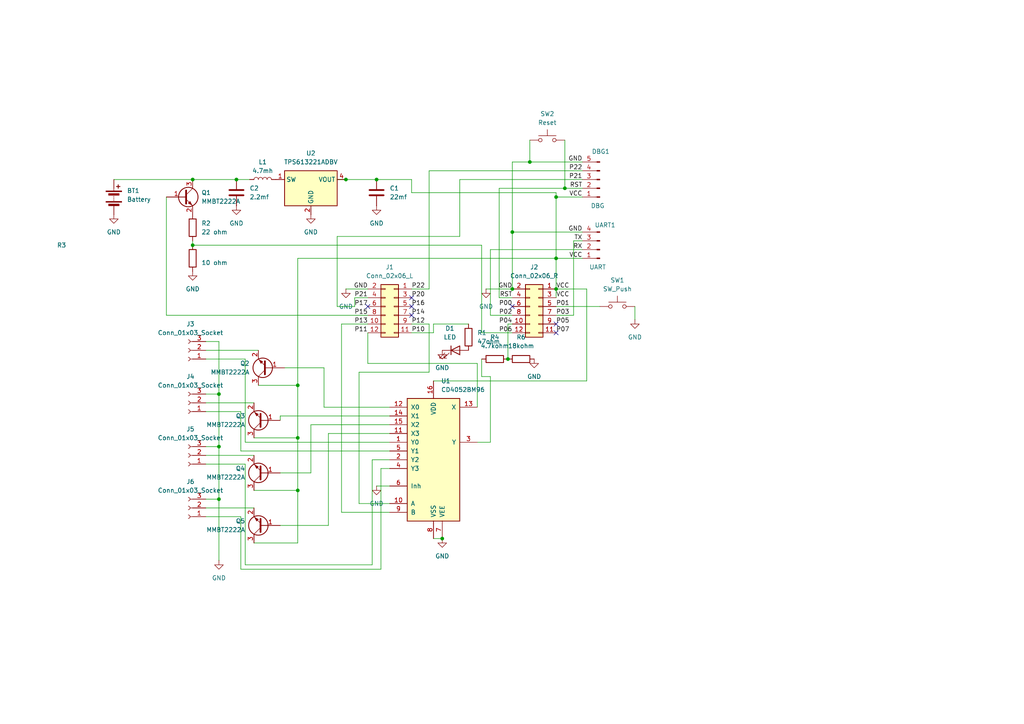
<source format=kicad_sch>
(kicad_sch (version 20231120) (generator "eeschema") (generator_version "8.0")
  (paper "A4")
  (lib_symbols
    (symbol "4xxx:4052" (pin_names (offset 1.016))
      (property "Reference" "U" (at -7.62 19.05 0))
      (property "Value" "4052" (at -7.62 -19.05 0))
      (symbol "4052_1_0"
        (pin passive line (at -12.7 5.08 0) (length 5.08) (name "Y0") (number "1"))
        (pin input line (at -12.7 -12.7 0) (length 5.08) (name "A") (number "10"))
        (pin passive line (at -12.7 7.62 0) (length 5.08) (name "X3") (number "11"))
        (pin passive line (at -12.7 15.24 0) (length 5.08) (name "X0") (number "12"))
        (pin passive line (at 12.7 15.24 180) (length 5.08) (name "X") (number "13"))
        (pin passive line (at -12.7 12.7 0) (length 5.08) (name "X1") (number "14"))
        (pin passive line (at -12.7 10.16 0) (length 5.08) (name "X2") (number "15"))
        (pin power_in line (at 0 22.86 270) (length 5.08) (name "VDD") (number "16"))
        (pin passive line (at -12.7 0 0) (length 5.08) (name "Y2") (number "2"))
        (pin passive line (at 12.7 5.08 180) (length 5.08) (name "Y") (number "3"))
        (pin passive line (at -12.7 -2.54 0) (length 5.08) (name "Y3") (number "4"))
        (pin passive line (at -12.7 2.54 0) (length 5.08) (name "Y1") (number "5"))
        (pin input line (at -12.7 -7.62 0) (length 5.08) (name "Inh") (number "6"))
        (pin power_in line (at 2.54 -22.86 90) (length 5.08) (name "VEE") (number "7"))
        (pin power_in line (at 0 -22.86 90) (length 5.08) (name "VSS") (number "8"))
        (pin input line (at -12.7 -15.24 0) (length 5.08) (name "B") (number "9"))
      )
      (symbol "4052_1_1"
        (rectangle (start -7.62 17.78) (end 7.62 -17.78) (stroke (width 0.254)) (fill (type background)))
      )
    )
    (symbol "Conn_02x06_Odd_Even_1" (pin_names (offset 1.016) hide)
      (property "Reference" "J" (at 1.27 7.62 0))
      (property "Value" "Conn_02x06_Odd_Even" (at 1.27 -10.16 0))
      (symbol "Conn_02x06_Odd_Even_1_1_1"
        (rectangle (start -1.27 -7.493) (end 0 -7.747) (stroke (width 0.1524)))
        (rectangle (start -1.27 -4.953) (end 0 -5.207) (stroke (width 0.1524)))
        (rectangle (start -1.27 -2.413) (end 0 -2.667) (stroke (width 0.1524)))
        (rectangle (start -1.27 0.127) (end 0 -0.127) (stroke (width 0.1524)))
        (rectangle (start -1.27 2.667) (end 0 2.413) (stroke (width 0.1524)))
        (rectangle (start -1.27 5.207) (end 0 4.953) (stroke (width 0.1524)))
        (rectangle (start -1.27 6.35) (end 3.81 -8.89) (stroke (width 0.254)) (fill (type background)))
        (rectangle (start 3.81 -7.493) (end 2.54 -7.747) (stroke (width 0.1524)))
        (rectangle (start 3.81 -4.953) (end 2.54 -5.207) (stroke (width 0.1524)))
        (rectangle (start 3.81 -2.413) (end 2.54 -2.667) (stroke (width 0.1524)))
        (rectangle (start 3.81 0.127) (end 2.54 -0.127) (stroke (width 0.1524)))
        (rectangle (start 3.81 2.667) (end 2.54 2.413) (stroke (width 0.1524)))
        (rectangle (start 3.81 5.207) (end 2.54 4.953) (stroke (width 0.1524)))
        (pin passive line (at -5.08 5.08 0) (length 3.81) (name "Pin_1") (number "1"))
        (pin passive line (at 7.62 -5.08 180) (length 3.81) (name "Pin_10") (number "10"))
        (pin passive line (at -5.08 -7.62 0) (length 3.81) (name "Pin_11") (number "11"))
        (pin passive line (at 7.62 -7.62 180) (length 3.81) (name "Pin_12") (number "12"))
        (pin passive line (at 7.62 5.08 180) (length 3.81) (name "Pin_2") (number "2"))
        (pin passive line (at -5.08 2.54 0) (length 3.81) (name "Pin_3") (number "3"))
        (pin passive line (at 7.62 2.54 180) (length 3.81) (name "Pin_4") (number "4"))
        (pin passive line (at -5.08 0 0) (length 3.81) (name "Pin_5") (number "5"))
        (pin passive line (at 7.62 0 180) (length 3.81) (name "Pin_6") (number "6"))
        (pin passive line (at -5.08 -2.54 0) (length 3.81) (name "Pin_7") (number "7"))
        (pin passive line (at 7.62 -2.54 180) (length 3.81) (name "Pin_8") (number "8"))
        (pin passive line (at -5.08 -5.08 0) (length 3.81) (name "Pin_9") (number "9"))
      )
    )
    (symbol "Connector:Conn_01x03_Socket" (pin_names (offset 1.016) hide)
      (property "Reference" "J" (at 0 5.08 0))
      (property "Value" "Conn_01x03_Socket" (at 0 -5.08 0))
      (symbol "Conn_01x03_Socket_1_1"
        (arc (start 0 -2.032) (mid -0.5058 -2.54) (end 0 -3.048) (stroke (width 0.1524)))
        (polyline (pts (xy -1.27 -2.54) (xy -0.508 -2.54)) (stroke (width 0.1524)))
        (polyline (pts (xy -1.27 0) (xy -0.508 0)) (stroke (width 0.1524)))
        (polyline (pts (xy -1.27 2.54) (xy -0.508 2.54)) (stroke (width 0.1524)))
        (arc (start 0 0.508) (mid -0.5058 0) (end 0 -0.508) (stroke (width 0.1524)))
        (arc (start 0 3.048) (mid -0.5058 2.54) (end 0 2.032) (stroke (width 0.1524)))
        (pin passive line (at -5.08 2.54 0) (length 3.81) (name "Pin_1") (number "1"))
        (pin passive line (at -5.08 0 0) (length 3.81) (name "Pin_2") (number "2"))
        (pin passive line (at -5.08 -2.54 0) (length 3.81) (name "Pin_3") (number "3"))
      )
    )
    (symbol "Connector:Conn_01x04_Pin" (pin_names (offset 1.016) hide)
      (property "Reference" "J" (at 0 5.08 0))
      (property "Value" "Conn_01x04_Pin" (at 0 -7.62 0))
      (symbol "Conn_01x04_Pin_1_1"
        (polyline (pts (xy 1.27 -5.08) (xy 0.8636 -5.08)) (stroke (width 0.1524)))
        (polyline (pts (xy 1.27 -2.54) (xy 0.8636 -2.54)) (stroke (width 0.1524)))
        (polyline (pts (xy 1.27 0) (xy 0.8636 0)) (stroke (width 0.1524)))
        (polyline (pts (xy 1.27 2.54) (xy 0.8636 2.54)) (stroke (width 0.1524)))
        (rectangle (start 0.8636 -4.953) (end 0 -5.207) (stroke (width 0.1524)) (fill (type outline)))
        (rectangle (start 0.8636 -2.413) (end 0 -2.667) (stroke (width 0.1524)) (fill (type outline)))
        (rectangle (start 0.8636 0.127) (end 0 -0.127) (stroke (width 0.1524)) (fill (type outline)))
        (rectangle (start 0.8636 2.667) (end 0 2.413) (stroke (width 0.1524)) (fill (type outline)))
        (pin passive line (at 5.08 2.54 180) (length 3.81) (name "Pin_1") (number "1"))
        (pin passive line (at 5.08 0 180) (length 3.81) (name "Pin_2") (number "2"))
        (pin passive line (at 5.08 -2.54 180) (length 3.81) (name "Pin_3") (number "3"))
        (pin passive line (at 5.08 -5.08 180) (length 3.81) (name "Pin_4") (number "4"))
      )
    )
    (symbol "Connector:Conn_01x05_Pin" (pin_names (offset 1.016) hide)
      (property "Reference" "J" (at 0 7.62 0))
      (property "Value" "Conn_01x05_Pin" (at 0 -7.62 0))
      (symbol "Conn_01x05_Pin_1_1"
        (polyline (pts (xy 1.27 -5.08) (xy 0.8636 -5.08)) (stroke (width 0.1524)))
        (polyline (pts (xy 1.27 -2.54) (xy 0.8636 -2.54)) (stroke (width 0.1524)))
        (polyline (pts (xy 1.27 0) (xy 0.8636 0)) (stroke (width 0.1524)))
        (polyline (pts (xy 1.27 2.54) (xy 0.8636 2.54)) (stroke (width 0.1524)))
        (polyline (pts (xy 1.27 5.08) (xy 0.8636 5.08)) (stroke (width 0.1524)))
        (rectangle (start 0.8636 -4.953) (end 0 -5.207) (stroke (width 0.1524)) (fill (type outline)))
        (rectangle (start 0.8636 -2.413) (end 0 -2.667) (stroke (width 0.1524)) (fill (type outline)))
        (rectangle (start 0.8636 0.127) (end 0 -0.127) (stroke (width 0.1524)) (fill (type outline)))
        (rectangle (start 0.8636 2.667) (end 0 2.413) (stroke (width 0.1524)) (fill (type outline)))
        (rectangle (start 0.8636 5.207) (end 0 4.953) (stroke (width 0.1524)) (fill (type outline)))
        (pin passive line (at 5.08 5.08 180) (length 3.81) (name "Pin_1") (number "1"))
        (pin passive line (at 5.08 2.54 180) (length 3.81) (name "Pin_2") (number "2"))
        (pin passive line (at 5.08 0 180) (length 3.81) (name "Pin_3") (number "3"))
        (pin passive line (at 5.08 -2.54 180) (length 3.81) (name "Pin_4") (number "4"))
        (pin passive line (at 5.08 -5.08 180) (length 3.81) (name "Pin_5") (number "5"))
      )
    )
    (symbol "Connector_Generic:Conn_02x06_Odd_Even" (pin_names (offset 1.016) hide)
      (property "Reference" "J" (at 1.27 7.62 0))
      (property "Value" "Conn_02x06_Odd_Even" (at 1.27 -10.16 0))
      (symbol "Conn_02x06_Odd_Even_1_1"
        (rectangle (start -1.27 -7.493) (end 0 -7.747) (stroke (width 0.1524)))
        (rectangle (start -1.27 -4.953) (end 0 -5.207) (stroke (width 0.1524)))
        (rectangle (start -1.27 -2.413) (end 0 -2.667) (stroke (width 0.1524)))
        (rectangle (start -1.27 0.127) (end 0 -0.127) (stroke (width 0.1524)))
        (rectangle (start -1.27 2.667) (end 0 2.413) (stroke (width 0.1524)))
        (rectangle (start -1.27 5.207) (end 0 4.953) (stroke (width 0.1524)))
        (rectangle (start -1.27 6.35) (end 3.81 -8.89) (stroke (width 0.254)) (fill (type background)))
        (rectangle (start 3.81 -7.493) (end 2.54 -7.747) (stroke (width 0.1524)))
        (rectangle (start 3.81 -4.953) (end 2.54 -5.207) (stroke (width 0.1524)))
        (rectangle (start 3.81 -2.413) (end 2.54 -2.667) (stroke (width 0.1524)))
        (rectangle (start 3.81 0.127) (end 2.54 -0.127) (stroke (width 0.1524)))
        (rectangle (start 3.81 2.667) (end 2.54 2.413) (stroke (width 0.1524)))
        (rectangle (start 3.81 5.207) (end 2.54 4.953) (stroke (width 0.1524)))
        (pin passive line (at -5.08 5.08 0) (length 3.81) (name "Pin_1") (number "1"))
        (pin passive line (at 7.62 -5.08 180) (length 3.81) (name "Pin_10") (number "10"))
        (pin passive line (at -5.08 -7.62 0) (length 3.81) (name "Pin_11") (number "11"))
        (pin passive line (at 7.62 -7.62 180) (length 3.81) (name "Pin_12") (number "12"))
        (pin passive line (at 7.62 5.08 180) (length 3.81) (name "Pin_2") (number "2"))
        (pin passive line (at -5.08 2.54 0) (length 3.81) (name "Pin_3") (number "3"))
        (pin passive line (at 7.62 2.54 180) (length 3.81) (name "Pin_4") (number "4"))
        (pin passive line (at -5.08 0 0) (length 3.81) (name "Pin_5") (number "5"))
        (pin passive line (at 7.62 0 180) (length 3.81) (name "Pin_6") (number "6"))
        (pin passive line (at -5.08 -2.54 0) (length 3.81) (name "Pin_7") (number "7"))
        (pin passive line (at 7.62 -2.54 180) (length 3.81) (name "Pin_8") (number "8"))
        (pin passive line (at -5.08 -5.08 0) (length 3.81) (name "Pin_9") (number "9"))
      )
    )
    (symbol "Device:Battery" (pin_numbers hide) (pin_names (offset 0) hide)
      (property "Reference" "BT" (at 2.54 2.54 0))
      (property "Value" "Battery" (at 2.54 0 0))
      (symbol "Battery_0_1"
        (rectangle (start -2.286 -1.27) (end 2.286 -1.524) (fill (type outline)))
        (rectangle (start -2.286 1.778) (end 2.286 1.524) (fill (type outline)))
        (rectangle (start -1.524 -2.032) (end 1.524 -2.54) (fill (type outline)))
        (rectangle (start -1.524 1.016) (end 1.524 0.508) (fill (type outline)))
        (polyline (pts (xy 0 -1.016) (xy 0 -0.762)))
        (polyline (pts (xy 0 -0.508) (xy 0 -0.254)))
        (polyline (pts (xy 0 0) (xy 0 0.254)))
        (polyline (pts (xy 0 1.778) (xy 0 2.54)))
        (polyline (pts (xy 0.762 3.048) (xy 1.778 3.048)) (stroke (width 0.254)))
        (polyline (pts (xy 1.27 3.556) (xy 1.27 2.54)) (stroke (width 0.254)))
      )
      (symbol "Battery_1_1"
        (pin passive line (at 0 5.08 270) (length 2.54) (name "+") (number "1"))
        (pin passive line (at 0 -5.08 90) (length 2.54) (name "-") (number "2"))
      )
    )
    (symbol "Device:C" (pin_numbers hide) (pin_names (offset 0.254))
      (property "Reference" "C" (at 0.635 2.54 0))
      (property "Value" "C" (at 0.635 -2.54 0))
      (symbol "C_0_1"
        (polyline (pts (xy -2.032 -0.762) (xy 2.032 -0.762)) (stroke (width 0.508)))
        (polyline (pts (xy -2.032 0.762) (xy 2.032 0.762)) (stroke (width 0.508)))
      )
      (symbol "C_1_1"
        (pin passive line (at 0 3.81 270) (length 2.794) (name "~") (number "1"))
        (pin passive line (at 0 -3.81 90) (length 2.794) (name "~") (number "2"))
      )
    )
    (symbol "Device:L" (pin_numbers hide) (pin_names (offset 1.016) hide)
      (property "Reference" "L" (at -1.27 0 90))
      (property "Value" "L" (at 1.905 0 90))
      (symbol "L_0_1"
        (arc (start 0 -2.54) (mid 0.6323 -1.905) (end 0 -1.27))
        (arc (start 0 -1.27) (mid 0.6323 -0.635) (end 0 0))
        (arc (start 0 0) (mid 0.6323 0.635) (end 0 1.27))
        (arc (start 0 1.27) (mid 0.6323 1.905) (end 0 2.54))
      )
      (symbol "L_1_1"
        (pin passive line (at 0 3.81 270) (length 1.27) (name "1") (number "1"))
        (pin passive line (at 0 -3.81 90) (length 1.27) (name "2") (number "2"))
      )
    )
    (symbol "Device:LED" (pin_numbers hide) (pin_names (offset 1.016) hide)
      (property "Reference" "D" (at 0 2.54 0))
      (property "Value" "LED" (at 0 -2.54 0))
      (symbol "LED_0_1"
        (polyline (pts (xy -1.27 -1.27) (xy -1.27 1.27)) (stroke (width 0.254)))
        (polyline (pts (xy -1.27 0) (xy 1.27 0)))
        (polyline (pts (xy 1.27 -1.27) (xy 1.27 1.27) (xy -1.27 0) (xy 1.27 -1.27)) (stroke (width 0.254)))
        (polyline (pts (xy -3.048 -0.762) (xy -4.572 -2.286) (xy -3.81 -2.286) (xy -4.572 -2.286) (xy -4.572 -1.524)))
        (polyline (pts (xy -1.778 -0.762) (xy -3.302 -2.286) (xy -2.54 -2.286) (xy -3.302 -2.286) (xy -3.302 -1.524)))
      )
      (symbol "LED_1_1"
        (pin passive line (at -3.81 0 0) (length 2.54) (name "K") (number "1"))
        (pin passive line (at 3.81 0 180) (length 2.54) (name "A") (number "2"))
      )
    )
    (symbol "Device:R" (pin_numbers hide) (pin_names (offset 0))
      (property "Reference" "R" (at 2.032 0 90))
      (property "Value" "R" (at 0 0 90))
      (symbol "R_0_1"
        (rectangle (start -1.016 -2.54) (end 1.016 2.54) (stroke (width 0.254)))
      )
      (symbol "R_1_1"
        (pin passive line (at 0 3.81 270) (length 1.27) (name "~") (number "1"))
        (pin passive line (at 0 -3.81 90) (length 1.27) (name "~") (number "2"))
      )
    )
    (symbol "Regulator_Switching:TPS613221ADBV"
      (property "Reference" "U" (at -7.62 6.35 0))
      (property "Value" "TPS613221ADBV" (at 2.54 6.35 0))
      (symbol "TPS613221ADBV_0_1"
        (rectangle (start -7.62 5.08) (end 7.62 -5.08) (stroke (width 0.254)) (fill (type background)))
      )
      (symbol "TPS613221ADBV_1_1"
        (pin power_in line (at -10.16 2.54 0) (length 2.54) (name "SW") (number "1"))
        (pin power_in line (at 0 -7.62 90) (length 2.54) (name "GND") (number "2"))
        (pin no_connect line (at -7.62 -2.54 0) (length 2.54) hide (name "NC") (number "3"))
        (pin power_out line (at 10.16 2.54 180) (length 2.54) (name "VOUT") (number "4"))
        (pin no_connect line (at 7.62 -2.54 180) (length 2.54) hide (name "NC") (number "5"))
      )
    )
    (symbol "Switch:SW_Push" (pin_numbers hide) (pin_names (offset 1.016) hide)
      (property "Reference" "SW" (at 1.27 2.54 0))
      (property "Value" "SW_Push" (at 0 -1.524 0))
      (symbol "SW_Push_0_1"
        (circle (center -2.032 0) (radius 0.508))
        (polyline (pts (xy 0 1.27) (xy 0 3.048)))
        (polyline (pts (xy 2.54 1.27) (xy -2.54 1.27)))
        (circle (center 2.032 0) (radius 0.508))
        (pin passive line (at -5.08 0 0) (length 2.54) (name "1") (number "1"))
        (pin passive line (at 5.08 0 180) (length 2.54) (name "2") (number "2"))
      )
    )
    (symbol "Transistor_BJT:MMBT2222A" (pin_names (offset 0) hide)
      (property "Reference" "Q" (at 5.08 1.905 0))
      (property "Value" "MMBT2222A" (at 5.08 0 0))
      (symbol "MMBT2222A_0_1"
        (polyline (pts (xy 0.635 0.635) (xy 2.54 2.54)))
        (polyline (pts (xy 0.635 -0.635) (xy 2.54 -2.54) (xy 2.54 -2.54)))
        (polyline (pts (xy 0.635 1.905) (xy 0.635 -1.905) (xy 0.635 -1.905)) (stroke (width 0.508)))
        (polyline (pts (xy 1.27 -1.778) (xy 1.778 -1.27) (xy 2.286 -2.286) (xy 1.27 -1.778) (xy 1.27 -1.778)) (fill (type outline)))
        (circle (center 1.27 0) (radius 2.8194) (stroke (width 0.254)))
      )
      (symbol "MMBT2222A_1_1"
        (pin input line (at -5.08 0 0) (length 5.715) (name "B") (number "1"))
        (pin passive line (at 2.54 -5.08 90) (length 2.54) (name "E") (number "2"))
        (pin passive line (at 2.54 5.08 270) (length 2.54) (name "C") (number "3"))
      )
    )
    (symbol "power:GND" (power) (pin_numbers hide) (pin_names (offset 0) hide)
      (property "Value" "GND" (at 0 -3.81 0))
      (symbol "GND_0_1"
        (polyline (pts (xy 0 0) (xy 0 -1.27) (xy 1.27 -1.27) (xy 0 -2.54) (xy -1.27 -1.27) (xy 0 -1.27)))
      )
      (symbol "GND_1_1"
        (pin power_in line (at 0 0 270) (length 0) (name "~") (number "1"))
      )
    )
  )
  (junction (at 63.5 129.54))
  (junction (at 148.59 67.31))
  (junction (at 147.32 104.14))
  (junction (at 109.22 52.07))
  (junction (at 161.29 83.82))
  (junction (at 63.5 114.3))
  (junction (at 161.29 57.15))
  (junction (at 86.36 127))
  (junction (at 86.36 142.24))
  (junction (at 63.5 144.78))
  (junction (at 163.83 54.61))
  (junction (at 148.59 83.82))
  (junction (at 55.88 71.12))
  (junction (at 128.27 156.21))
  (junction (at 153.67 46.99))
  (junction (at 55.88 52.07))
  (junction (at 100.33 52.07))
  (junction (at 86.36 111.76))
  (junction (at 161.29 74.93))
  (junction (at 68.58 52.07))
  (no_connect (at 119.38 91.44))
  (no_connect (at 106.68 88.9))
  (no_connect (at 148.59 88.9))
  (no_connect (at 119.38 88.9))
  (no_connect (at 119.38 86.36))
  (no_connect (at 161.29 96.52))
  (no_connect (at 161.29 93.98))
  (wire (pts (xy 142.24 72.39) (xy 142.24 91.44)))
  (wire (pts (xy 63.5 114.3) (xy 59.69 114.3)))
  (wire (pts (xy 59.69 134.62) (xy 71.12 134.62)))
  (wire (pts (xy 100.33 83.82) (xy 106.68 83.82)))
  (wire (pts (xy 142.24 109.22) (xy 139.7 109.22)))
  (wire (pts (xy 81.28 120.65) (xy 81.28 121.92)))
  (wire (pts (xy 113.03 130.81) (xy 69.85 130.81)))
  (wire (pts (xy 142.24 128.27) (xy 142.24 109.22)))
  (wire (pts (xy 153.67 40.64) (xy 153.67 46.99)))
  (wire (pts (xy 86.36 74.93) (xy 86.36 111.76)))
  (wire (pts (xy 100.33 52.07) (xy 109.22 52.07)))
  (wire (pts (xy 71.12 163.83) (xy 107.95 163.83)))
  (wire (pts (xy 59.69 132.08) (xy 73.66 132.08)))
  (wire (pts (xy 81.28 152.4) (xy 95.25 152.4)))
  (wire (pts (xy 63.5 144.78) (xy 63.5 162.56)))
  (wire (pts (xy 124.46 49.53) (xy 124.46 83.82)))
  (wire (pts (xy 95.25 125.73) (xy 113.03 125.73)))
  (wire (pts (xy 86.36 111.76) (xy 86.36 127)))
  (wire (pts (xy 97.79 88.9) (xy 97.79 68.58)))
  (wire (pts (xy 139.7 109.22) (xy 139.7 104.14)))
  (wire (pts (xy 113.03 120.65) (xy 81.28 120.65)))
  (wire (pts (xy 144.78 54.61) (xy 163.83 54.61)))
  (wire (pts (xy 133.35 52.07) (xy 168.91 52.07)))
  (wire (pts (xy 119.38 52.07) (xy 119.38 55.88)))
  (wire (pts (xy 161.29 57.15) (xy 168.91 57.15)))
  (wire (pts (xy 55.88 72.39) (xy 55.88 71.12)))
  (wire (pts (xy 55.88 52.07) (xy 68.58 52.07)))
  (wire (pts (xy 90.17 137.16) (xy 90.17 123.19)))
  (wire (pts (xy 69.85 149.86) (xy 69.85 165.1)))
  (wire (pts (xy 148.59 46.99) (xy 153.67 46.99)))
  (wire (pts (xy 93.98 118.11) (xy 113.03 118.11)))
  (wire (pts (xy 93.98 118.11) (xy 93.98 106.68)))
  (wire (pts (xy 104.14 146.05) (xy 104.14 107.95)))
  (wire (pts (xy 71.12 134.62) (xy 71.12 163.83)))
  (wire (pts (xy 110.49 135.89) (xy 113.03 135.89)))
  (wire (pts (xy 168.91 72.39) (xy 142.24 72.39)))
  (wire (pts (xy 106.68 105.41) (xy 138.43 105.41)))
  (wire (pts (xy 59.69 119.38) (xy 69.85 119.38)))
  (wire (pts (xy 86.36 142.24) (xy 86.36 157.48)))
  (wire (pts (xy 102.87 86.36) (xy 106.68 86.36)))
  (wire (pts (xy 144.78 54.61) (xy 144.78 86.36)))
  (wire (pts (xy 142.24 91.44) (xy 148.59 91.44)))
  (wire (pts (xy 147.32 104.14) (xy 147.32 93.98)))
  (wire (pts (xy 166.37 69.85) (xy 166.37 91.44)))
  (wire (pts (xy 69.85 165.1) (xy 110.49 165.1)))
  (wire (pts (xy 124.46 93.98) (xy 119.38 93.98)))
  (wire (pts (xy 161.29 88.9) (xy 173.99 88.9)))
  (wire (pts (xy 63.5 129.54) (xy 63.5 144.78)))
  (wire (pts (xy 138.43 128.27) (xy 142.24 128.27)))
  (wire (pts (xy 161.29 83.82) (xy 170.18 83.82)))
  (wire (pts (xy 74.93 101.6) (xy 59.69 101.6)))
  (wire (pts (xy 119.38 55.88) (xy 161.29 55.88)))
  (wire (pts (xy 148.59 67.31) (xy 168.91 67.31)))
  (wire (pts (xy 107.95 163.83) (xy 107.95 133.35)))
  (wire (pts (xy 125.73 156.21) (xy 128.27 156.21)))
  (wire (pts (xy 144.78 86.36) (xy 148.59 86.36)))
  (wire (pts (xy 73.66 116.84) (xy 59.69 116.84)))
  (wire (pts (xy 119.38 96.52) (xy 125.73 96.52)))
  (wire (pts (xy 59.69 99.06) (xy 63.5 99.06)))
  (wire (pts (xy 81.28 137.16) (xy 90.17 137.16)))
  (wire (pts (xy 139.7 96.52) (xy 139.7 71.12)))
  (wire (pts (xy 73.66 142.24) (xy 86.36 142.24)))
  (wire (pts (xy 69.85 130.81) (xy 69.85 119.38)))
  (wire (pts (xy 168.91 49.53) (xy 124.46 49.53)))
  (wire (pts (xy 166.37 69.85) (xy 168.91 69.85)))
  (wire (pts (xy 59.69 144.78) (xy 63.5 144.78)))
  (wire (pts (xy 140.97 83.82) (xy 148.59 83.82)))
  (wire (pts (xy 148.59 67.31) (xy 148.59 83.82)))
  (wire (pts (xy 86.36 127) (xy 86.36 142.24)))
  (wire (pts (xy 124.46 107.95) (xy 124.46 93.98)))
  (wire (pts (xy 73.66 127) (xy 86.36 127)))
  (wire (pts (xy 166.37 91.44) (xy 161.29 91.44)))
  (wire (pts (xy 106.68 96.52) (xy 106.68 105.41)))
  (wire (pts (xy 184.15 88.9) (xy 184.15 92.71)))
  (wire (pts (xy 113.03 146.05) (xy 104.14 146.05)))
  (wire (pts (xy 93.98 106.68) (xy 82.55 106.68)))
  (wire (pts (xy 109.22 140.97) (xy 113.03 140.97)))
  (wire (pts (xy 95.25 152.4) (xy 95.25 125.73)))
  (wire (pts (xy 106.68 91.44) (xy 48.26 91.44)))
  (wire (pts (xy 161.29 74.93) (xy 168.91 74.93)))
  (wire (pts (xy 33.02 52.07) (xy 55.88 52.07)))
  (wire (pts (xy 170.18 83.82) (xy 170.18 110.49)))
  (wire (pts (xy 139.7 71.12) (xy 55.88 71.12)))
  (wire (pts (xy 99.06 93.98) (xy 99.06 148.59)))
  (wire (pts (xy 48.26 91.44) (xy 48.26 57.15)))
  (wire (pts (xy 107.95 133.35) (xy 113.03 133.35)))
  (wire (pts (xy 161.29 55.88) (xy 161.29 57.15)))
  (wire (pts (xy 138.43 105.41) (xy 138.43 118.11)))
  (wire (pts (xy 71.12 128.27) (xy 71.12 104.14)))
  (wire (pts (xy 59.69 104.14) (xy 71.12 104.14)))
  (wire (pts (xy 161.29 74.93) (xy 86.36 74.93)))
  (wire (pts (xy 59.69 149.86) (xy 69.85 149.86)))
  (wire (pts (xy 109.22 52.07) (xy 119.38 52.07)))
  (wire (pts (xy 59.69 129.54) (xy 63.5 129.54)))
  (wire (pts (xy 163.83 40.64) (xy 163.83 54.61)))
  (wire (pts (xy 97.79 88.9) (xy 102.87 88.9)))
  (wire (pts (xy 161.29 74.93) (xy 161.29 83.82)))
  (wire (pts (xy 73.66 157.48) (xy 86.36 157.48)))
  (wire (pts (xy 104.14 107.95) (xy 124.46 107.95)))
  (wire (pts (xy 113.03 128.27) (xy 71.12 128.27)))
  (wire (pts (xy 125.73 96.52) (xy 125.73 93.98)))
  (wire (pts (xy 148.59 96.52) (xy 139.7 96.52)))
  (wire (pts (xy 124.46 83.82) (xy 119.38 83.82)))
  (wire (pts (xy 99.06 148.59) (xy 113.03 148.59)))
  (wire (pts (xy 97.79 68.58) (xy 133.35 68.58)))
  (wire (pts (xy 148.59 46.99) (xy 148.59 67.31)))
  (wire (pts (xy 153.67 46.99) (xy 168.91 46.99)))
  (wire (pts (xy 90.17 123.19) (xy 113.03 123.19)))
  (wire (pts (xy 86.36 111.76) (xy 74.93 111.76)))
  (wire (pts (xy 125.73 93.98) (xy 135.89 93.98)))
  (wire (pts (xy 161.29 83.82) (xy 161.29 86.36)))
  (wire (pts (xy 133.35 68.58) (xy 133.35 52.07)))
  (wire (pts (xy 147.32 93.98) (xy 148.59 93.98)))
  (wire (pts (xy 163.83 54.61) (xy 168.91 54.61)))
  (wire (pts (xy 97.79 52.07) (xy 100.33 52.07)))
  (wire (pts (xy 68.58 52.07) (xy 72.39 52.07)))
  (wire (pts (xy 59.69 147.32) (xy 73.66 147.32)))
  (wire (pts (xy 102.87 88.9) (xy 102.87 86.36)))
  (wire (pts (xy 110.49 165.1) (xy 110.49 135.89)))
  (wire (pts (xy 63.5 99.06) (xy 63.5 114.3)))
  (wire (pts (xy 170.18 110.49) (xy 125.73 110.49)))
  (wire (pts (xy 55.88 69.85) (xy 55.88 71.12)))
  (wire (pts (xy 161.29 57.15) (xy 161.29 74.93)))
  (wire (pts (xy 63.5 114.3) (xy 63.5 129.54)))
  (wire (pts (xy 106.68 93.98) (xy 99.06 93.98)))
  (label "RST" (at 148.59 86.36 180))
  (label "P22" (at 119.38 83.82 0))
  (label "P20" (at 119.38 86.36 0))
  (label "P22" (at 168.91 49.53 180))
  (label "P16" (at 119.38 88.9 0))
  (label "P21" (at 106.68 86.36 180))
  (label "P02" (at 148.59 91.44 180))
  (label "P01" (at 161.29 88.9 0))
  (label "P17" (at 106.68 88.9 180))
  (label "P21" (at 168.91 52.07 180))
  (label "P00" (at 148.59 88.9 180))
  (label "P13" (at 106.68 93.98 180))
  (label "VCC" (at 161.29 86.36 0))
  (label "GND" (at 148.59 83.82 180))
  (label "P03" (at 161.29 91.44 0))
  (label "VCC" (at 168.91 57.15 180))
  (label "P10" (at 119.38 96.52 0))
  (label "P06" (at 148.59 96.52 180))
  (label "P15" (at 106.68 91.44 180))
  (label "VCC" (at 168.91 74.93 180))
  (label "P14" (at 119.38 91.44 0))
  (label "P04" (at 148.59 93.98 180))
  (label "P07" (at 161.29 96.52 0))
  (label "RST" (at 168.91 54.61 180))
  (label "RX" (at 168.91 72.39 180))
  (label "GND" (at 168.91 67.31 180))
  (label "P11" (at 106.68 96.52 180))
  (label "VCC" (at 161.29 83.82 0))
  (label "P12" (at 119.38 93.98 0))
  (label "P05" (at 161.29 93.98 0))
  (label "GND" (at 106.68 83.82 180))
  (label "GND" (at 168.91 46.99 180))
  (label "TX" (at 168.91 69.85 180))
  (symbol (lib_id "Transistor_BJT:MMBT2222A") (at 77.47 106.68 180) (unit 1)
    (property "Reference" "Q2" (at 72.39 105.4099 0) (effects (justify left)))
    (property "Value" "MMBT2222A" (at 72.39 107.9499 0) (effects (justify left)))
    (property "Footprint" "Package_TO_SOT_SMD:SOT-23" (effects (hide yes)))
    (property "Datasheet" "https://assets.nexperia.com/documents/data-sheet/MMBT2222A.pdf" (effects (hide yes)))
    (property "Description" "600mA Ic, 40V Vce, NPN Transistor, SOT-23" (effects (hide yes)))
  )
  (symbol (lib_id "Device:R") (at 55.88 66.04 0) (unit 1)
    (property "Reference" "R2" (at 58.42 64.7699 0) (effects (justify left)))
    (property "Value" "22 ohm" (at 58.42 67.3099 0) (effects (justify left)))
    (property "Footprint" "Resistor_SMD:R_0805_2012Metric_Pad1.20x1.40mm_HandSolder" (effects (hide yes)))
    (property "Description" "Resistor" (effects (hide yes)))
  )
  (symbol (lib_id "power:GND") (at 128.27 156.21 0) (unit 1)
    (property "Reference" "#PWR01" (effects (hide yes)))
    (property "Value" "GND" (at 128.27 161.29 0))
    (property "Description" "Power symbol creates a global label with name \"GND\" , ground" (effects (hide yes)))
  )
  (symbol (lib_id "Device:Battery") (at 33.02 57.15 0) (unit 1)
    (property "Reference" "BT1" (at 36.83 55.3084 0) (effects (justify left)))
    (property "Value" "Battery" (at 36.83 57.8484 0) (effects (justify left)))
    (property "Footprint" "Battery:BatteryHolder_Keystone_2462_2xAA" (effects (hide yes)))
    (property "Description" "Multiple-cell battery" (effects (hide yes)))
  )
  (symbol (lib_id "Transistor_BJT:MMBT2222A") (at 53.34 57.15 0) (unit 1)
    (property "Reference" "Q1" (at 58.42 55.8799 0) (effects (justify left)))
    (property "Value" "MMBT2222A" (at 58.42 58.4199 0) (effects (justify left)))
    (property "Footprint" "Package_TO_SOT_SMD:SOT-23" (effects (hide yes)))
    (property "Datasheet" "https://assets.nexperia.com/documents/data-sheet/MMBT2222A.pdf" (effects (hide yes)))
    (property "Description" "600mA Ic, 40V Vce, NPN Transistor, SOT-23" (effects (hide yes)))
  )
  (symbol (lib_id "power:GND") (at 154.94 104.14 0) (unit 1)
    (property "Reference" "#PWR013" (effects (hide yes)))
    (property "Value" "GND" (at 154.94 109.22 0))
    (property "Description" "Power symbol creates a global label with name \"GND\" , ground" (effects (hide yes)))
  )
  (symbol (lib_id "Regulator_Switching:TPS613221ADBV") (at 90.17 54.61 0) (unit 1)
    (property "Reference" "U2" (at 90.17 44.45 0))
    (property "Value" "TPS613221ADBV" (at 90.17 46.99 0))
    (property "Footprint" "Package_TO_SOT_SMD:SOT-23-5" (effects (hide yes)))
    (property "Datasheet" "http://www.ti.com/lit/ds/symlink/tps61322.pdf" (effects (hide yes)))
    (property "Description" "1.2A Step-Up Converter, 3.3V Output Voltage, 0.9-5.5V Input Voltage, SOT-23-5" (effects (hide yes)))
  )
  (symbol (lib_id "Device:R") (at 151.13 104.14 90) (unit 1)
    (property "Reference" "R6" (at 151.13 97.79 90))
    (property "Value" "18kohm" (at 151.13 100.33 90))
    (property "Footprint" "Resistor_SMD:R_0805_2012Metric_Pad1.20x1.40mm_HandSolder" (effects (hide yes)))
    (property "Description" "Resistor" (effects (hide yes)))
  )
  (symbol (lib_id "Device:C") (at 68.58 55.88 0) (unit 1)
    (property "Reference" "C2" (at 72.39 54.6099 0) (effects (justify left)))
    (property "Value" "2.2mf" (at 72.39 57.1499 0) (effects (justify left)))
    (property "Footprint" "Capacitor_SMD:C_0805_2012Metric_Pad1.18x1.45mm_HandSolder" (effects (hide yes)))
    (property "Description" "Unpolarized capacitor" (effects (hide yes)))
  )
  (symbol (lib_name "Conn_02x06_Odd_Even_1") (lib_id "Connector_Generic:Conn_02x06_Odd_Even") (at 114.3 88.9 0) (mirror y) (unit 1)
    (property "Reference" "J1" (at 113.03 77.47 0))
    (property "Value" "Conn_02x06_L" (at 113.03 80.01 0))
    (property "Footprint" "Connector_PinSocket_2.54mm:PinSocket_2x06_P2.54mm_Vertical" (effects (hide yes)))
    (property "Description" "Generic connector, double row, 02x06, odd/even pin numbering scheme (row 1 odd numbers, row 2 even numbers), script generated (kicad-library-utils/schlib/autogen/connector/)" (effects (hide yes)))
  )
  (symbol (lib_id "power:GND") (at 140.97 83.82 0) (unit 1)
    (property "Reference" "#PWR08" (effects (hide yes)))
    (property "Value" "GND" (at 140.97 88.9 0))
    (property "Description" "Power symbol creates a global label with name \"GND\" , ground" (effects (hide yes)))
  )
  (symbol (lib_id "Connector_Generic:Conn_02x06_Odd_Even") (at 156.21 88.9 0) (mirror y) (unit 1)
    (property "Reference" "J2" (at 154.94 77.47 0))
    (property "Value" "Conn_02x06_R" (at 154.94 80.01 0))
    (property "Footprint" "Connector_PinSocket_2.54mm:PinSocket_2x06_P2.54mm_Vertical" (effects (hide yes)))
    (property "Description" "Generic connector, double row, 02x06, odd/even pin numbering scheme (row 1 odd numbers, row 2 even numbers), script generated (kicad-library-utils/schlib/autogen/connector/)" (effects (hide yes)))
  )
  (symbol (lib_id "Connector:Conn_01x03_Socket") (at 54.61 116.84 180) (unit 1)
    (property "Reference" "J4" (at 55.245 109.22 0))
    (property "Value" "Conn_01x03_Socket" (at 55.245 111.76 0))
    (property "Footprint" "Connector_JST:JST_XH_B3B-XH-A_1x03_P2.50mm_Vertical" (effects (hide yes)))
    (property "Description" "Generic connector, single row, 01x03, script generated" (effects (hide yes)))
  )
  (symbol (lib_id "Device:R") (at 135.89 97.79 180) (unit 1)
    (property "Reference" "R1" (at 138.43 96.5199 0) (effects (justify right)))
    (property "Value" "47ohm" (at 138.43 99.0599 0) (effects (justify right)))
    (property "Footprint" "Resistor_SMD:R_0805_2012Metric_Pad1.20x1.40mm_HandSolder" (effects (hide yes)))
    (property "Description" "Resistor" (effects (hide yes)))
  )
  (symbol (lib_id "Connector:Conn_01x03_Socket") (at 54.61 147.32 180) (unit 1)
    (property "Reference" "J6" (at 55.245 139.7 0))
    (property "Value" "Conn_01x03_Socket" (at 55.245 142.24 0))
    (property "Footprint" "Connector_JST:JST_XH_B3B-XH-A_1x03_P2.50mm_Vertical" (effects (hide yes)))
    (property "Description" "Generic connector, single row, 01x03, script generated" (effects (hide yes)))
  )
  (symbol (lib_id "power:GND") (at 33.02 62.23 0) (unit 1)
    (property "Reference" "#PWR06" (effects (hide yes)))
    (property "Value" "GND" (at 33.02 67.31 0))
    (property "Description" "Power symbol creates a global label with name \"GND\" , ground" (effects (hide yes)))
  )
  (symbol (lib_id "Connector:Conn_01x04_Pin") (at 173.99 72.39 180) (unit 1)
    (property "Reference" "UART1" (at 175.514 65.278 0))
    (property "Value" "UART" (at 173.355 77.47 0))
    (property "Footprint" "Connector_PinHeader_2.54mm:PinHeader_1x04_P2.54mm_Vertical" (effects (hide yes)))
    (property "Description" "Generic connector, single row, 01x04, script generated" (effects (hide yes)))
  )
  (symbol (lib_id "Device:LED") (at 132.08 101.6 0) (unit 1)
    (property "Reference" "D1" (at 130.4925 95.25 0))
    (property "Value" "LED" (at 130.4925 97.79 0))
    (property "Footprint" "LED_THT:LED_D3.0mm" (effects (hide yes)))
    (property "Description" "Light emitting diode" (effects (hide yes)))
  )
  (symbol (lib_id "Device:L") (at 76.2 52.07 90) (unit 1)
    (property "Reference" "L1" (at 76.2 46.99 90))
    (property "Value" "4.7mh" (at 76.2 49.53 90))
    (property "Footprint" "Inductor_SMD:L_1008_2520Metric_Pad1.43x2.20mm_HandSolder" (effects (hide yes)))
    (property "Description" "Inductor" (effects (hide yes)))
  )
  (symbol (lib_id "Device:R") (at 143.51 104.14 90) (unit 1)
    (property "Reference" "R4" (at 143.51 97.79 90))
    (property "Value" "4.7kohm" (at 143.51 100.33 90))
    (property "Footprint" "Resistor_SMD:R_0805_2012Metric_Pad1.20x1.40mm_HandSolder" (effects (hide yes)))
    (property "Description" "Resistor" (effects (hide yes)))
  )
  (symbol (lib_id "4xxx:4052") (at 125.73 133.35 0) (unit 1)
    (property "Reference" "U1" (at 127.9241 110.49 0) (effects (justify left)))
    (property "Value" "CD4052BM96" (at 127.9241 113.03 0) (effects (justify left)))
    (property "Footprint" "Package_SO:SO-16_3.9x9.9mm_P1.27mm" (effects (hide yes)))
    (property "Datasheet" "http://www.intersil.com/content/dam/Intersil/documents/cd40/cd4051bms-52bms-53bms.pdf" (effects (hide yes)))
    (property "Description" "Dual Analog Multiplexer 4 to 1 line" (effects (hide yes)))
  )
  (symbol (lib_id "Connector:Conn_01x03_Socket") (at 54.61 101.6 180) (unit 1)
    (property "Reference" "J3" (at 55.245 93.98 0))
    (property "Value" "Conn_01x03_Socket" (at 55.245 96.52 0))
    (property "Footprint" "Connector_JST:JST_XH_B3B-XH-A_1x03_P2.50mm_Vertical" (effects (hide yes)))
    (property "Description" "Generic connector, single row, 01x03, script generated" (effects (hide yes)))
  )
  (symbol (lib_id "Device:R") (at 55.88 74.93 0) (unit 1)
    (property "Reference" "R3" (at 16.51 71.1199 0) (effects (justify left)))
    (property "Value" "10 ohm" (at 58.42 76.1999 0) (effects (justify left)))
    (property "Footprint" "Resistor_SMD:R_0805_2012Metric_Pad1.20x1.40mm_HandSolder" (effects (hide yes)))
    (property "Description" "Resistor" (effects (hide yes)))
  )
  (symbol (lib_id "power:GND") (at 68.58 59.69 0) (unit 1)
    (property "Reference" "#PWR04" (effects (hide yes)))
    (property "Value" "GND" (at 68.58 64.77 0))
    (property "Description" "Power symbol creates a global label with name \"GND\" , ground" (effects (hide yes)))
  )
  (symbol (lib_id "Connector:Conn_01x03_Socket") (at 54.61 132.08 180) (unit 1)
    (property "Reference" "J5" (at 55.245 124.46 0))
    (property "Value" "Conn_01x03_Socket" (at 55.245 127 0))
    (property "Footprint" "Connector_JST:JST_XH_B3B-XH-A_1x03_P2.50mm_Vertical" (effects (hide yes)))
    (property "Description" "Generic connector, single row, 01x03, script generated" (effects (hide yes)))
  )
  (symbol (lib_id "power:GND") (at 100.33 83.82 0) (unit 1)
    (property "Reference" "#PWR07" (effects (hide yes)))
    (property "Value" "GND" (at 100.33 88.9 0))
    (property "Description" "Power symbol creates a global label with name \"GND\" , ground" (effects (hide yes)))
  )
  (symbol (lib_id "power:GND") (at 109.22 59.69 0) (unit 1)
    (property "Reference" "#PWR02" (effects (hide yes)))
    (property "Value" "GND" (at 109.22 64.77 0))
    (property "Description" "Power symbol creates a global label with name \"GND\" , ground" (effects (hide yes)))
  )
  (symbol (lib_id "power:GND") (at 55.88 78.74 0) (unit 1)
    (property "Reference" "#PWR012" (effects (hide yes)))
    (property "Value" "GND" (at 55.88 83.82 0))
    (property "Description" "Power symbol creates a global label with name \"GND\" , ground" (effects (hide yes)))
  )
  (symbol (lib_id "Connector:Conn_01x05_Pin") (at 173.99 52.07 180) (unit 1)
    (property "Reference" "DBG1" (at 174.244 43.942 0))
    (property "Value" "DBG" (at 173.355 59.69 0))
    (property "Footprint" "Connector_PinHeader_2.54mm:PinHeader_1x05_P2.54mm_Vertical" (effects (hide yes)))
    (property "Description" "Generic connector, single row, 01x05, script generated" (effects (hide yes)))
  )
  (symbol (lib_id "Switch:SW_Push") (at 158.75 40.64 0) (unit 1)
    (property "Reference" "SW2" (at 158.75 33.02 0))
    (property "Value" "Reset" (at 158.75 35.56 0))
    (property "Footprint" "Button_Switch_SMD:SW_SPST_B3U-1000P" (effects (hide yes)))
    (property "Description" "Push button switch, generic, two pins" (effects (hide yes)))
  )
  (symbol (lib_id "power:GND") (at 128.27 101.6 0) (unit 1)
    (property "Reference" "#PWR010" (effects (hide yes)))
    (property "Value" "GND" (at 128.27 106.68 0))
    (property "Description" "Power symbol creates a global label with name \"GND\" , ground" (effects (hide yes)))
  )
  (symbol (lib_id "power:GND") (at 63.5 162.56 0) (unit 1)
    (property "Reference" "#PWR03" (effects (hide yes)))
    (property "Value" "GND" (at 63.5 167.64 0))
    (property "Description" "Power symbol creates a global label with name \"GND\" , ground" (effects (hide yes)))
  )
  (symbol (lib_id "power:GND") (at 109.22 140.97 0) (unit 1)
    (property "Reference" "#PWR011" (effects (hide yes)))
    (property "Value" "GND" (at 109.22 146.05 0))
    (property "Description" "Power symbol creates a global label with name \"GND\" , ground" (effects (hide yes)))
  )
  (symbol (lib_id "Transistor_BJT:MMBT2222A") (at 76.2 121.92 180) (unit 1)
    (property "Reference" "Q3" (at 71.12 120.6499 0) (effects (justify left)))
    (property "Value" "MMBT2222A" (at 71.12 123.1899 0) (effects (justify left)))
    (property "Footprint" "Package_TO_SOT_SMD:SOT-23" (effects (hide yes)))
    (property "Datasheet" "https://assets.nexperia.com/documents/data-sheet/MMBT2222A.pdf" (effects (hide yes)))
    (property "Description" "600mA Ic, 40V Vce, NPN Transistor, SOT-23" (effects (hide yes)))
  )
  (symbol (lib_id "Device:C") (at 109.22 55.88 0) (unit 1)
    (property "Reference" "C1" (at 113.03 54.6099 0) (effects (justify left)))
    (property "Value" "22mf" (at 113.03 57.1499 0) (effects (justify left)))
    (property "Footprint" "Capacitor_SMD:C_0805_2012Metric_Pad1.18x1.45mm_HandSolder" (effects (hide yes)))
    (property "Description" "Unpolarized capacitor" (effects (hide yes)))
  )
  (symbol (lib_id "Switch:SW_Push") (at 179.07 88.9 0) (unit 1)
    (property "Reference" "SW1" (at 179.07 81.28 0))
    (property "Value" "SW_Push" (at 179.07 83.82 0))
    (property "Footprint" "Button_Switch_SMD:SW_SPST_B3U-1000P" (effects (hide yes)))
    (property "Description" "Push button switch, generic, two pins" (effects (hide yes)))
  )
  (symbol (lib_id "Transistor_BJT:MMBT2222A") (at 76.2 152.4 180) (unit 1)
    (property "Reference" "Q5" (at 71.12 151.1299 0) (effects (justify left)))
    (property "Value" "MMBT2222A" (at 71.12 153.6699 0) (effects (justify left)))
    (property "Footprint" "Package_TO_SOT_SMD:SOT-23" (effects (hide yes)))
    (property "Datasheet" "https://assets.nexperia.com/documents/data-sheet/MMBT2222A.pdf" (effects (hide yes)))
    (property "Description" "600mA Ic, 40V Vce, NPN Transistor, SOT-23" (effects (hide yes)))
  )
  (symbol (lib_id "power:GND") (at 90.17 62.23 0) (unit 1)
    (property "Reference" "#PWR05" (effects (hide yes)))
    (property "Value" "GND" (at 90.17 67.31 0))
    (property "Description" "Power symbol creates a global label with name \"GND\" , ground" (effects (hide yes)))
  )
  (symbol (lib_id "power:GND") (at 184.15 92.71 0) (unit 1)
    (property "Reference" "#PWR09" (effects (hide yes)))
    (property "Value" "GND" (at 184.15 97.79 0))
    (property "Description" "Power symbol creates a global label with name \"GND\" , ground" (effects (hide yes)))
  )
  (symbol (lib_id "Transistor_BJT:MMBT2222A") (at 76.2 137.16 180) (unit 1)
    (property "Reference" "Q4" (at 71.12 135.8899 0) (effects (justify left)))
    (property "Value" "MMBT2222A" (at 71.12 138.4299 0) (effects (justify left)))
    (property "Footprint" "Package_TO_SOT_SMD:SOT-23" (effects (hide yes)))
    (property "Datasheet" "https://assets.nexperia.com/documents/data-sheet/MMBT2222A.pdf" (effects (hide yes)))
    (property "Description" "600mA Ic, 40V Vce, NPN Transistor, SOT-23" (effects (hide yes)))
  )
)
</source>
